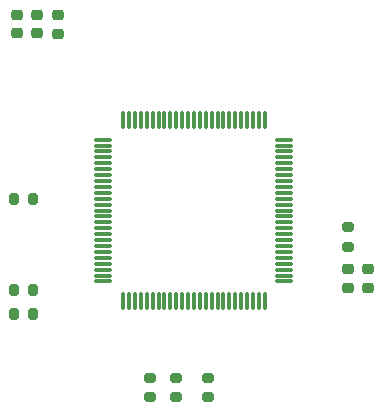
<source format=gbr>
%TF.GenerationSoftware,KiCad,Pcbnew,8.0.6*%
%TF.CreationDate,2024-12-26T15:20:47-06:00*%
%TF.ProjectId,RECESSIM-CW312T-SAM4C32,52454345-5353-4494-9d2d-435733313254,rev?*%
%TF.SameCoordinates,Original*%
%TF.FileFunction,Paste,Top*%
%TF.FilePolarity,Positive*%
%FSLAX46Y46*%
G04 Gerber Fmt 4.6, Leading zero omitted, Abs format (unit mm)*
G04 Created by KiCad (PCBNEW 8.0.6) date 2024-12-26 15:20:47*
%MOMM*%
%LPD*%
G01*
G04 APERTURE LIST*
G04 Aperture macros list*
%AMRoundRect*
0 Rectangle with rounded corners*
0 $1 Rounding radius*
0 $2 $3 $4 $5 $6 $7 $8 $9 X,Y pos of 4 corners*
0 Add a 4 corners polygon primitive as box body*
4,1,4,$2,$3,$4,$5,$6,$7,$8,$9,$2,$3,0*
0 Add four circle primitives for the rounded corners*
1,1,$1+$1,$2,$3*
1,1,$1+$1,$4,$5*
1,1,$1+$1,$6,$7*
1,1,$1+$1,$8,$9*
0 Add four rect primitives between the rounded corners*
20,1,$1+$1,$2,$3,$4,$5,0*
20,1,$1+$1,$4,$5,$6,$7,0*
20,1,$1+$1,$6,$7,$8,$9,0*
20,1,$1+$1,$8,$9,$2,$3,0*%
G04 Aperture macros list end*
%ADD10RoundRect,0.200000X-0.275000X0.200000X-0.275000X-0.200000X0.275000X-0.200000X0.275000X0.200000X0*%
%ADD11RoundRect,0.225000X-0.250000X0.225000X-0.250000X-0.225000X0.250000X-0.225000X0.250000X0.225000X0*%
%ADD12RoundRect,0.200000X0.275000X-0.200000X0.275000X0.200000X-0.275000X0.200000X-0.275000X-0.200000X0*%
%ADD13RoundRect,0.200000X-0.200000X-0.275000X0.200000X-0.275000X0.200000X0.275000X-0.200000X0.275000X0*%
%ADD14RoundRect,0.225000X0.250000X-0.225000X0.250000X0.225000X-0.250000X0.225000X-0.250000X-0.225000X0*%
%ADD15RoundRect,0.075000X-0.662500X-0.075000X0.662500X-0.075000X0.662500X0.075000X-0.662500X0.075000X0*%
%ADD16RoundRect,0.075000X-0.075000X-0.662500X0.075000X-0.662500X0.075000X0.662500X-0.075000X0.662500X0*%
G04 APERTURE END LIST*
D10*
%TO.C,R7*%
X171550000Y-96450000D03*
X171550000Y-98100000D03*
%TD*%
D11*
%TO.C,C5*%
X173294934Y-100005542D03*
X173294934Y-101555542D03*
%TD*%
D12*
%TO.C,R6*%
X159694934Y-110855542D03*
X159694934Y-109205542D03*
%TD*%
D13*
%TO.C,R3*%
X143294934Y-94030542D03*
X144944934Y-94030542D03*
%TD*%
D14*
%TO.C,C3*%
X147044934Y-80055542D03*
X147044934Y-78505542D03*
%TD*%
D13*
%TO.C,R2*%
X143294934Y-101780542D03*
X144944934Y-101780542D03*
%TD*%
D14*
%TO.C,C2*%
X145294934Y-80030542D03*
X145294934Y-78480542D03*
%TD*%
D11*
%TO.C,C4*%
X171544934Y-100005542D03*
X171544934Y-101555542D03*
%TD*%
D12*
%TO.C,R5*%
X157044934Y-110855542D03*
X157044934Y-109205542D03*
%TD*%
D13*
%TO.C,R1*%
X143294934Y-103780542D03*
X144944934Y-103780542D03*
%TD*%
D15*
%TO.C,U1*%
X150882434Y-89030542D03*
X150882434Y-89530542D03*
X150882434Y-90030542D03*
X150882434Y-90530542D03*
X150882434Y-91030542D03*
X150882434Y-91530542D03*
X150882434Y-92030542D03*
X150882434Y-92530542D03*
X150882434Y-93030542D03*
X150882434Y-93530542D03*
X150882434Y-94030542D03*
X150882434Y-94530542D03*
X150882434Y-95030542D03*
X150882434Y-95530542D03*
X150882434Y-96030542D03*
X150882434Y-96530542D03*
X150882434Y-97030542D03*
X150882434Y-97530542D03*
X150882434Y-98030542D03*
X150882434Y-98530542D03*
X150882434Y-99030542D03*
X150882434Y-99530542D03*
X150882434Y-100030542D03*
X150882434Y-100530542D03*
X150882434Y-101030542D03*
D16*
X152544934Y-102693042D03*
X153044934Y-102693042D03*
X153544934Y-102693042D03*
X154044934Y-102693042D03*
X154544934Y-102693042D03*
X155044934Y-102693042D03*
X155544934Y-102693042D03*
X156044934Y-102693042D03*
X156544934Y-102693042D03*
X157044934Y-102693042D03*
X157544934Y-102693042D03*
X158044934Y-102693042D03*
X158544934Y-102693042D03*
X159044934Y-102693042D03*
X159544934Y-102693042D03*
X160044934Y-102693042D03*
X160544934Y-102693042D03*
X161044934Y-102693042D03*
X161544934Y-102693042D03*
X162044934Y-102693042D03*
X162544934Y-102693042D03*
X163044934Y-102693042D03*
X163544934Y-102693042D03*
X164044934Y-102693042D03*
X164544934Y-102693042D03*
D15*
X166207434Y-101030542D03*
X166207434Y-100530542D03*
X166207434Y-100030542D03*
X166207434Y-99530542D03*
X166207434Y-99030542D03*
X166207434Y-98530542D03*
X166207434Y-98030542D03*
X166207434Y-97530542D03*
X166207434Y-97030542D03*
X166207434Y-96530542D03*
X166207434Y-96030542D03*
X166207434Y-95530542D03*
X166207434Y-95030542D03*
X166207434Y-94530542D03*
X166207434Y-94030542D03*
X166207434Y-93530542D03*
X166207434Y-93030542D03*
X166207434Y-92530542D03*
X166207434Y-92030542D03*
X166207434Y-91530542D03*
X166207434Y-91030542D03*
X166207434Y-90530542D03*
X166207434Y-90030542D03*
X166207434Y-89530542D03*
X166207434Y-89030542D03*
D16*
X164544934Y-87368042D03*
X164044934Y-87368042D03*
X163544934Y-87368042D03*
X163044934Y-87368042D03*
X162544934Y-87368042D03*
X162044934Y-87368042D03*
X161544934Y-87368042D03*
X161044934Y-87368042D03*
X160544934Y-87368042D03*
X160044934Y-87368042D03*
X159544934Y-87368042D03*
X159044934Y-87368042D03*
X158544934Y-87368042D03*
X158044934Y-87368042D03*
X157544934Y-87368042D03*
X157044934Y-87368042D03*
X156544934Y-87368042D03*
X156044934Y-87368042D03*
X155544934Y-87368042D03*
X155044934Y-87368042D03*
X154544934Y-87368042D03*
X154044934Y-87368042D03*
X153544934Y-87368042D03*
X153044934Y-87368042D03*
X152544934Y-87368042D03*
%TD*%
D14*
%TO.C,C1*%
X143544934Y-80030542D03*
X143544934Y-78480542D03*
%TD*%
D12*
%TO.C,R4*%
X154794934Y-110855542D03*
X154794934Y-109205542D03*
%TD*%
M02*

</source>
